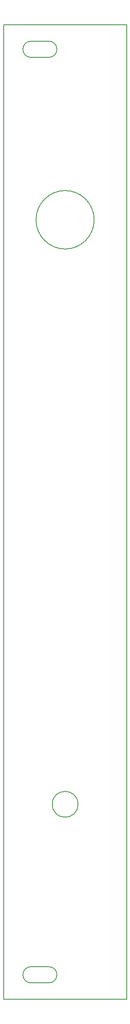
<source format=gbr>
G04 #@! TF.GenerationSoftware,KiCad,Pcbnew,(5.0.2-5)-5*
G04 #@! TF.CreationDate,2021-05-15T23:07:52+01:00*
G04 #@! TF.ProjectId,power_supply_kicad_project_20210515,706f7765-725f-4737-9570-706c795f6b69,rev?*
G04 #@! TF.SameCoordinates,Original*
G04 #@! TF.FileFunction,Profile,NP*
%FSLAX46Y46*%
G04 Gerber Fmt 4.6, Leading zero omitted, Abs format (unit mm)*
G04 Created by KiCad (PCBNEW (5.0.2-5)-5) date Saturday, 15 May 2021 at 23:07:52*
%MOMM*%
%LPD*%
G01*
G04 APERTURE LIST*
%ADD10C,0.200000*%
G04 APERTURE END LIST*
D10*
X151151100Y-165003600D02*
G75*
G03X151151100Y-165003600I-2650000J0D01*
G01*
X154501100Y-45003600D02*
G75*
G03X154501100Y-45003600I-6000000J0D01*
G01*
X161201100Y-165003600D02*
X161201100Y-45003600D01*
X135801100Y-45003600D02*
X135801100Y-165003600D01*
X161201100Y-125003600D02*
X161201100Y-85003600D01*
X135801100Y-85003600D02*
X135801100Y-125003600D01*
X141401100Y-201653600D02*
G75*
G02X139801100Y-200053600I0J1600000D01*
G01*
X139801100Y-199953600D02*
X139801100Y-200053600D01*
X139801100Y-199953600D02*
G75*
G02X141401100Y-198353600I1600000J0D01*
G01*
X145201100Y-198353600D02*
X141401100Y-198353600D01*
X145201100Y-198353600D02*
G75*
G02X146801100Y-199953600I0J-1600000D01*
G01*
X146801100Y-200053600D02*
X146801100Y-199953600D01*
X146801100Y-200053600D02*
G75*
G02X145201100Y-201653600I-1600000J0D01*
G01*
X141401100Y-201653600D02*
X145201100Y-201653600D01*
X141401100Y-11653600D02*
G75*
G02X139801100Y-10053600I0J1600000D01*
G01*
X139801100Y-9953600D02*
X139801100Y-10053600D01*
X139801100Y-9953600D02*
G75*
G02X141401100Y-8353600I1600000J0D01*
G01*
X145201100Y-8353600D02*
X141401100Y-8353600D01*
X145201100Y-8353600D02*
G75*
G02X146801100Y-9953600I0J-1600000D01*
G01*
X146801100Y-10053600D02*
X146801100Y-9953600D01*
X146801100Y-10053600D02*
G75*
G02X145201100Y-11653600I-1600000J0D01*
G01*
X141401100Y-11653600D02*
X145201100Y-11653600D01*
X135801100Y-205003600D02*
X135801100Y-5003600D01*
X161201100Y-205003600D02*
X135801100Y-205003600D01*
X161201100Y-5003600D02*
X161201100Y-205003600D01*
X135801100Y-5003600D02*
X161201100Y-5003600D01*
M02*

</source>
